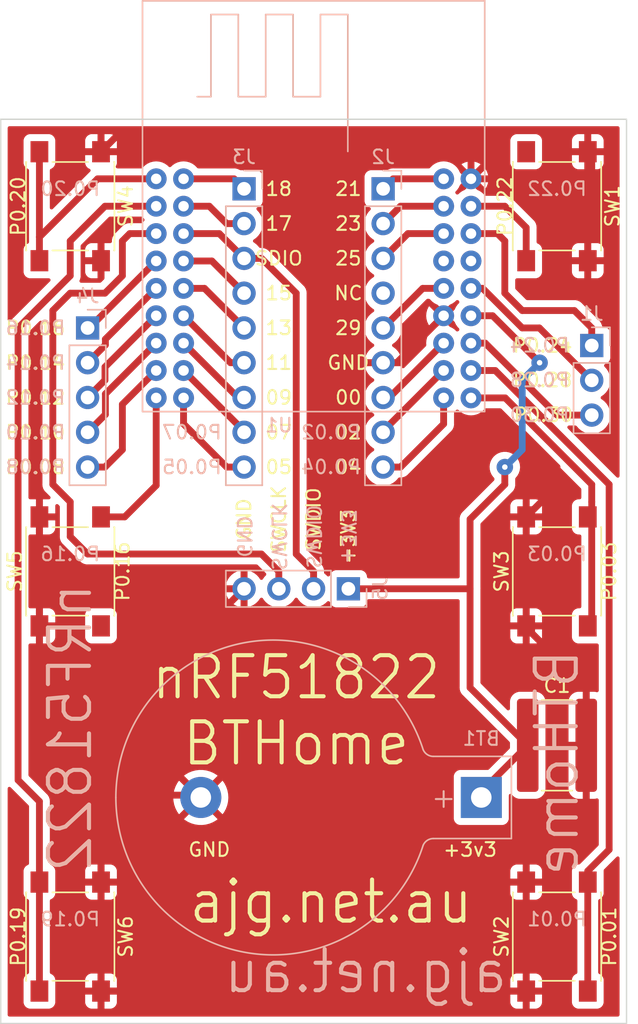
<source format=kicad_pcb>
(kicad_pcb (version 20211014) (generator pcbnew)
  (layers (0 "F.Cu" signal) (31 "B.Cu" signal) (34 "B.Paste" user) (35 "F.Paste" user) (36 "B.SilkS" user "B.Silkscreen") (37 "F.SilkS" user "F.Silkscreen") (38 "B.Mask" user) (39 "F.Mask" user) (44 "Edge.Cuts" user))
  (property "VER" "v1.0.0")
  (net 0 "")
  (net 4 "/SWDIO")
  (net 5 "/SWCLK")
  (net 6 "GND")
  (net 7 "/P0.22")
  (net 8 "/P0.20")
  (net 9 "/P0.19")
  (net 10 "/P0.16")
  (net 11 "+3.3V")
  (net 12 "Net-(J1-Pad1)")
  (net 13 "Net-(J1-Pad3)")
  (net 14 "Net-(U1-Pad9)")
  (net 15 "Net-(U1-Pad2)")
  (net 16 "Net-(U1-Pad4)")
  (net 17 "Net-(U1-Pad6)")
  (net 18 "Net-(U1-Pad10)")
  (net 19 "Net-(U1-Pad14)")
  (net 20 "Net-(U1-Pad16)")
  (net 21 "Net-(U1-Pad18)")
  (net 22 "Net-(U1-Pad20)")
  (net 23 "Net-(U1-Pad22)")
  (net 24 "Net-(U1-Pad26)")
  (net 25 "Net-(U1-Pad28)")
  (net 26 "Net-(U1-Pad30)")
  (net 27 "Net-(U1-Pad32)")
  (net 28 "Net-(U1-Pad34)")
  (net 29 "Net-(U1-Pad36)")
  (net 30 "Net-(U1-Pad25)")
  (net 31 "Net-(U1-Pad27)")
  (net 32 "Net-(U1-Pad29)")
  (net 33 "Net-(U1-Pad31)")
  (net 34 "Net-(U1-Pad33)")
  (net 35 "/P0.01")
  (net 36 "/P0.03")
  (footprint "Button_Switch_SMD:SW_SPST_PTS645" (layer "F.Cu") (at 63.5 125.73 -90)
    (fp_text reference "SW6" (at 0 -4.05 90) (layer "F.SilkS"))
    (fp_text value "SW_Push")
    (fp_line (start -3.23 -3.23) (end 3.23 -3.23) (layer "F.SilkS") (width 0.12))
    (fp_line (start -3.23 -1.3) (end -3.23 1.3) (layer "F.SilkS") (width 0.12))
    (fp_line (start 3.23 3.23) (end 3.23 3.2) (layer "F.SilkS") (width 0.12))
    (fp_line (start -3.23 3.23) (end -3.23 3.2) (layer "F.SilkS") (width 0.12))
    (fp_line (start 3.23 -3.23) (end 3.23 -3.2) (layer "F.SilkS") (width 0.12))
    (fp_line (start -3.23 3.23) (end 3.23 3.23) (layer "F.SilkS") (width 0.12))
    (fp_line (start 3.23 -1.3) (end 3.23 1.3) (layer "F.SilkS") (width 0.12))
    (fp_line (start -3.23 -3.2) (end -3.23 -3.23) (layer "F.SilkS") (width 0.12))
    (pad "1" smd rect (at -3.98 -2.25 270) (size 1.55 1.3) (layers "F.Cu" "F.Paste" "F.Mask") (net 6 "GND"))
    (pad "1" smd rect (at 3.98 -2.25 270) (size 1.55 1.3) (layers "F.Cu" "F.Paste" "F.Mask") (net 6 "GND"))
    (pad "2" smd rect (at -3.98 2.25 270) (size 1.55 1.3) (layers "F.Cu" "F.Paste" "F.Mask") (net 9 "/P0.19"))
    (pad "2" smd rect (at 3.98 2.25 270) (size 1.55 1.3) (layers "F.Cu" "F.Paste" "F.Mask") (net 9 "/P0.19"))
  )
  (footprint "Button_Switch_SMD:SW_SPST_PTS645" (layer "F.Cu") (at 99.06 125.73 90)
    (fp_text reference "SW2" (at 0 -4.05 90) (layer "F.SilkS"))
    (fp_text value "SW_Push")
    (fp_line (start -3.23 -3.23) (end 3.23 -3.23) (layer "F.SilkS") (width 0.12))
    (fp_line (start -3.23 -3.2) (end -3.23 -3.23) (layer "F.SilkS") (width 0.12))
    (fp_line (start -3.23 3.23) (end 3.23 3.23) (layer "F.SilkS") (width 0.12))
    (fp_line (start -3.23 -1.3) (end -3.23 1.3) (layer "F.SilkS") (width 0.12))
    (fp_line (start 3.23 -3.23) (end 3.23 -3.2) (layer "F.SilkS") (width 0.12))
    (fp_line (start -3.23 3.23) (end -3.23 3.2) (layer "F.SilkS") (width 0.12))
    (fp_line (start 3.23 3.23) (end 3.23 3.2) (layer "F.SilkS") (width 0.12))
    (fp_line (start 3.23 -1.3) (end 3.23 1.3) (layer "F.SilkS") (width 0.12))
    (pad "1" smd rect (at 3.98 -2.25 90) (size 1.55 1.3) (layers "F.Cu" "F.Paste" "F.Mask") (net 6 "GND"))
    (pad "1" smd rect (at -3.98 -2.25 90) (size 1.55 1.3) (layers "F.Cu" "F.Paste" "F.Mask") (net 6 "GND"))
    (pad "2" smd rect (at 3.98 2.25 90) (size 1.55 1.3) (layers "F.Cu" "F.Paste" "F.Mask") (net 35 "/P0.01"))
    (pad "2" smd rect (at -3.98 2.25 90) (size 1.55 1.3) (layers "F.Cu" "F.Paste" "F.Mask") (net 35 "/P0.01"))
  )
  (footprint "Button_Switch_SMD:SW_SPST_PTS645" (layer "F.Cu") (at 99.06 99.06 90)
    (fp_text reference "SW3" (at 0 -4.05 90) (layer "F.SilkS"))
    (fp_text value "SW_Push")
    (fp_line (start -3.23 3.23) (end 3.23 3.23) (layer "F.SilkS") (width 0.12))
    (fp_line (start 3.23 -3.23) (end 3.23 -3.2) (layer "F.SilkS") (width 0.12))
    (fp_line (start 3.23 -1.3) (end 3.23 1.3) (layer "F.SilkS") (width 0.12))
    (fp_line (start -3.23 -3.2) (end -3.23 -3.23) (layer "F.SilkS") (width 0.12))
    (fp_line (start 3.23 3.23) (end 3.23 3.2) (layer "F.SilkS") (width 0.12))
    (fp_line (start -3.23 3.23) (end -3.23 3.2) (layer "F.SilkS") (width 0.12))
    (fp_line (start -3.23 -1.3) (end -3.23 1.3) (layer "F.SilkS") (width 0.12))
    (fp_line (start -3.23 -3.23) (end 3.23 -3.23) (layer "F.SilkS") (width 0.12))
    (pad "1" smd rect (at 3.98 -2.25 90) (size 1.55 1.3) (layers "F.Cu" "F.Paste" "F.Mask") (net 6 "GND"))
    (pad "1" smd rect (at -3.98 -2.25 90) (size 1.55 1.3) (layers "F.Cu" "F.Paste" "F.Mask") (net 6 "GND"))
    (pad "2" smd rect (at 3.98 2.25 90) (size 1.55 1.3) (layers "F.Cu" "F.Paste" "F.Mask") (net 36 "/P0.03"))
    (pad "2" smd rect (at -3.98 2.25 90) (size 1.55 1.3) (layers "F.Cu" "F.Paste" "F.Mask") (net 36 "/P0.03"))
  )
  (footprint "Button_Switch_SMD:SW_SPST_PTS645" (layer "F.Cu") (at 99.06 72.39 -90)
    (fp_text reference "SW1" (at 0 -4.05 90) (layer "F.SilkS"))
    (fp_text value "SW_Push")
    (fp_line (start -3.23 -3.23) (end 3.23 -3.23) (layer "F.SilkS") (width 0.12))
    (fp_line (start -3.23 3.23) (end 3.23 3.23) (layer "F.SilkS") (width 0.12))
    (fp_line (start -3.23 -1.3) (end -3.23 1.3) (layer "F.SilkS") (width 0.12))
    (fp_line (start 3.23 3.23) (end 3.23 3.2) (layer "F.SilkS") (width 0.12))
    (fp_line (start -3.23 3.23) (end -3.23 3.2) (layer "F.SilkS") (width 0.12))
    (fp_line (start 3.23 -3.23) (end 3.23 -3.2) (layer "F.SilkS") (width 0.12))
    (fp_line (start -3.23 -3.2) (end -3.23 -3.23) (layer "F.SilkS") (width 0.12))
    (fp_line (start 3.23 -1.3) (end 3.23 1.3) (layer "F.SilkS") (width 0.12))
    (pad "1" smd rect (at 3.98 -2.25 270) (size 1.55 1.3) (layers "F.Cu" "F.Paste" "F.Mask") (net 6 "GND"))
    (pad "1" smd rect (at -3.98 -2.25 270) (size 1.55 1.3) (layers "F.Cu" "F.Paste" "F.Mask") (net 6 "GND"))
    (pad "2" smd rect (at 3.98 2.25 270) (size 1.55 1.3) (layers "F.Cu" "F.Paste" "F.Mask") (net 7 "/P0.22"))
    (pad "2" smd rect (at -3.98 2.25 270) (size 1.55 1.3) (layers "F.Cu" "F.Paste" "F.Mask") (net 7 "/P0.22"))
  )
  (footprint "Button_Switch_SMD:SW_SPST_PTS645" (layer "F.Cu") (at 63.5 99.06 90)
    (fp_text reference "SW5" (at 0 -4.05 90) (layer "F.SilkS"))
    (fp_text value "SW_Push")
    (fp_line (start -3.23 -1.3) (end -3.23 1.3) (layer "F.SilkS") (width 0.12))
    (fp_line (start -3.23 3.23) (end 3.23 3.23) (layer "F.SilkS") (width 0.12))
    (fp_line (start -3.23 -3.23) (end 3.23 -3.23) (layer "F.SilkS") (width 0.12))
    (fp_line (start -3.23 3.23) (end -3.23 3.2) (layer "F.SilkS") (width 0.12))
    (fp_line (start -3.23 -3.2) (end -3.23 -3.23) (layer "F.SilkS") (width 0.12))
    (fp_line (start 3.23 -3.23) (end 3.23 -3.2) (layer "F.SilkS") (width 0.12))
    (fp_line (start 3.23 -1.3) (end 3.23 1.3) (layer "F.SilkS") (width 0.12))
    (fp_line (start 3.23 3.23) (end 3.23 3.2) (layer "F.SilkS") (width 0.12))
    (pad "1" smd rect (at 3.98 -2.25 90) (size 1.55 1.3) (layers "F.Cu" "F.Paste" "F.Mask") (net 6 "GND"))
    (pad "1" smd rect (at -3.98 -2.25 90) (size 1.55 1.3) (layers "F.Cu" "F.Paste" "F.Mask") (net 6 "GND"))
    (pad "2" smd rect (at -3.98 2.25 90) (size 1.55 1.3) (layers "F.Cu" "F.Paste" "F.Mask") (net 10 "/P0.16"))
    (pad "2" smd rect (at 3.98 2.25 90) (size 1.55 1.3) (layers "F.Cu" "F.Paste" "F.Mask") (net 10 "/P0.16"))
  )
  (footprint "Button_Switch_SMD:SW_SPST_PTS645" (layer "F.Cu") (at 63.5 72.39 -90)
    (fp_text reference "SW4" (at 0 -4.05 90) (layer "F.SilkS"))
    (fp_text value "SW_Push")
    (fp_line (start -3.23 -1.3) (end -3.23 1.3) (layer "F.SilkS") (width 0.12))
    (fp_line (start -3.23 -3.2) (end -3.23 -3.23) (layer "F.SilkS") (width 0.12))
    (fp_line (start -3.23 3.23) (end -3.23 3.2) (layer "F.SilkS") (width 0.12))
    (fp_line (start 3.23 3.23) (end 3.23 3.2) (layer "F.SilkS") (width 0.12))
    (fp_line (start 3.23 -1.3) (end 3.23 1.3) (layer "F.SilkS") (width 0.12))
    (fp_line (start 3.23 -3.23) (end 3.23 -3.2) (layer "F.SilkS") (width 0.12))
    (fp_line (start -3.23 -3.23) (end 3.23 -3.23) (layer "F.SilkS") (width 0.12))
    (fp_line (start -3.23 3.23) (end 3.23 3.23) (layer "F.SilkS") (width 0.12))
    (pad "1" smd rect (at -3.98 -2.25 270) (size 1.55 1.3) (layers "F.Cu" "F.Paste" "F.Mask") (net 6 "GND"))
    (pad "1" smd rect (at 3.98 -2.25 270) (size 1.55 1.3) (layers "F.Cu" "F.Paste" "F.Mask") (net 6 "GND"))
    (pad "2" smd rect (at -3.98 2.25 270) (size 1.55 1.3) (layers "F.Cu" "F.Paste" "F.Mask") (net 8 "/P0.20"))
    (pad "2" smd rect (at 3.98 2.25 270) (size 1.55 1.3) (layers "F.Cu" "F.Paste" "F.Mask") (net 8 "/P0.20"))
  )
  (footprint "Capacitor_SMD:C_1825_4564Metric_Pad1.57x6.80mm_HandSolder" (layer "F.Cu") (at 99.06 111.76)
    (fp_text reference "C1" (at 0 -4.35) (layer "F.SilkS"))
    (fp_text value "C_Small")
    (fp_line (start -1.115748 -3.31) (end 1.115748 -3.31) (layer "F.SilkS") (width 0.12))
    (fp_line (start -1.115748 3.31) (end 1.115748 3.31) (layer "F.SilkS") (width 0.12))
    (pad "1" smd roundrect (at -2.1375 0) (size 1.575 6.8) (layers "F.Cu" "F.Paste" "F.Mask") (roundrect_rratio 0.15873) (net 11 "+3.3V"))
    (pad "2" smd roundrect (at 2.1375 0) (size 1.575 6.8) (layers "F.Cu" "F.Paste" "F.Mask") (roundrect_rratio 0.15873) (net 6 "GND"))
  )
  (footprint "ajg-library:holyiot-17051-nrf51822" (layer "B.Cu") (at 92.78 70.39 180)
    (fp_text reference "U1" (at 14.04 -18 unlocked) (layer "B.SilkS") (effects (justify mirror)))
    (fp_text value "holyiot-17051-nrf51822")
    (fp_line (start 17 12) (end 19 12) (layer "B.SilkS") (width 0.12))
    (fp_line (start 13 6) (end 13 12) (layer "B.SilkS") (width 0.12))
    (fp_line (start 17 6) (end 17 12) (layer "B.SilkS") (width 0.12))
    (fp_line (start 15 12) (end 15 6) (layer "B.SilkS") (width 0.12))
    (fp_line (start 9 2) (end 9 12) (layer "B.SilkS") (width 0.12))
    (fp_line (start 11 6) (end 13 6) (layer "B.SilkS") (width 0.12))
    (fp_line (start 9 12) (end 11 12) (layer "B.SilkS") (width 0.12))
    (fp_line (start 15 6) (end 17 6) (layer "B.SilkS") (width 0.12))
    (fp_line (start 13 12) (end 15 12) (layer "B.SilkS") (width 0.12))
    (fp_line (start 19 6) (end 20 6) (layer "B.SilkS") (width 0.12))
    (fp_line (start 11 12) (end 11 6) (layer "B.SilkS") (width 0.12))
    (fp_line (start 19 12) (end 19 6) (layer "B.SilkS") (width 0.12))
    (fp_rect (start -1 13) (end 24 -17) (layer "B.SilkS") (width 0.12) (fill none))
    (pad "1" thru_hole circle (at 0 0 180) (size 1.524 1.524) (drill 0.762) (layers *.Cu *.Mask) (net 6 "GND"))
    (pad "2" thru_hole circle (at 2 0 180) (size 1.524 1.524) (drill 0.762) (layers *.Cu *.Mask) (net 15 "Net-(U1-Pad2)"))
    (pad "3" thru_hole circle (at 0 -2 180) (size 1.524 1.524) (drill 0.762) (layers *.Cu *.Mask) (net 7 "/P0.22"))
    (pad "4" thru_hole circle (at 2 -2 180) (size 1.524 1.524) (drill 0.762) (layers *.Cu *.Mask) (net 16 "Net-(U1-Pad4)"))
    (pad "5" thru_hole circle (at 0 -4 180) (size 1.524 1.524) (drill 0.762) (layers *.Cu *.Mask) (net 12 "Net-(J1-Pad1)"))
    (pad "6" thru_hole circle (at 2 -4 180) (size 1.524 1.524) (drill 0.762) (layers *.Cu *.Mask) (net 17 "Net-(U1-Pad6)"))
    (pad "7" thru_hole circle (at 0 -6 180) (size 1.524 1.524) (drill 0.762) (layers *.Cu *.Mask))
    (pad "8" thru_hole circle (at 2 -6 180) (size 1.524 1.524) (drill 0.762) (layers *.Cu *.Mask))
    (pad "9" thru_hole circle (at 0 -8 180) (size 1.524 1.524) (drill 0.762) (layers *.Cu *.Mask) (net 14 "Net-(U1-Pad9)"))
    (pad "10" thru_hole circle (at 2 -8 180) (size 1.524 1.524) (drill 0.762) (layers *.Cu *.Mask) (net 18 "Net-(U1-Pad10)"))
    (pad "11" thru_hole circle (at 0 -10 180) (size 1.524 1.524) (drill 0.762) (layers *.Cu *.Mask) (net 11 "+3.3V"))
    (pad "12" thru_hole circle (at 2 -10 180) (size 1.524 1.524) (drill 0.762) (layers *.Cu *.Mask) (net 6 "GND"))
    (pad "13" thru_hole circle (at 0 -12 180) (size 1.524 1.524) (drill 0.762) (layers *.Cu *.Mask) (net 13 "Net-(J1-Pad3)"))
    (pad "14" thru_hole circle (at 2 -12 180) (size 1.524 1.524) (drill 0.762) (layers *.Cu *.Mask) (net 19 "Net-(U1-Pad14)"))
    (pad "15" thru_hole circle (at 0 -14 180) (size 1.524 1.524) (drill 0.762) (layers *.Cu *.Mask) (net 35 "/P0.01"))
    (pad "16" thru_hole circle (at 2 -14 180) (size 1.524 1.524) (drill 0.762) (layers *.Cu *.Mask) (net 20 "Net-(U1-Pad16)"))
    (pad "17" thru_hole circle (at 0 -16 180) (size 1.524 1.524) (drill 0.762) (layers *.Cu *.Mask) (net 36 "/P0.03"))
    (pad "18" thru_hole circle (at 2 -16 180) (size 1.524 1.524) (drill 0.762) (layers *.Cu *.Mask) (net 21 "Net-(U1-Pad18)"))
    (pad "19" thru_hole circle (at 23 0 180) (size 1.524 1.524) (drill 0.762) (layers *.Cu *.Mask) (net 8 "/P0.20"))
    (pad "20" thru_hole circle (at 21 0 180) (size 1.524 1.524) (drill 0.762) (layers *.Cu *.Mask) (net 22 "Net-(U1-Pad20)"))
    (pad "21" thru_hole circle (at 23 -2 180) (size 1.524 1.524) (drill 0.762) (layers *.Cu *.Mask) (net 9 "/P0.19"))
    (pad "22" thru_hole circle (at 21 -2 180) (size 1.524 1.524) (drill 0.762) (layers *.Cu *.Mask) (net 23 "Net-(U1-Pad22)"))
    (pad "23" thru_hole circle (at 23 -4 180) (size 1.524 1.524) (drill 0.762) (layers *.Cu *.Mask) (net 5 "/SWCLK"))
    (pad "24" thru_hole circle (at 21 -4 180) (size 1.524 1.524) (drill 0.762) (layers *.Cu *.Mask) (net 4 "/SWDIO"))
    (pad "25" thru_hole circle (at 23 -6 180) (size 1.524 1.524) (drill 0.762) (layers *.Cu *.Mask) (net 30 "Net-(U1-Pad25)"))
    (pad "26" thru_hole circle (at 21 -6 180) (size 1.524 1.524) (drill 0.762) (layers *.Cu *.Mask) (net 24 "Net-(U1-Pad26)"))
    (pad "27" thru_hole circle (at 23 -8 180) (size 1.524 1.524) (drill 0.762) (layers *.Cu *.Mask) (net 31 "Net-(U1-Pad27)"))
    (pad "28" thru_hole circle (at 21 -8 180) (size 1.524 1.524) (drill 0.762) (layers *.Cu *.Mask) (net 25 "Net-(U1-Pad28)"))
    (pad "29" thru_hole circle (at 23 -10 180) (size 1.524 1.524) (drill 0.762) (layers *.Cu *.Mask) (net 32 "Net-(U1-Pad29)"))
    (pad "30" thru_hole circle (at 21 -10 180) (size 1.524 1.524) (drill 0.762) (layers *.Cu *.Mask) (net 26 "Net-(U1-Pad30)"))
    (pad "31" thru_hole circle (at 23 -12 180) (size 1.524 1.524) (drill 0.762) (layers *.Cu *.Mask) (net 33 "Net-(U1-Pad31)"))
    (pad "32" thru_hole circle (at 21 -12 180) (size 1.524 1.524) (drill 0.762) (layers *.Cu *.Mask) (net 27 "Net-(U1-Pad32)"))
    (pad "33" thru_hole circle (at 23 -14 180) (size 1.524 1.524) (drill 0.762) (layers *.Cu *.Mask) (net 34 "Net-(U1-Pad33)"))
    (pad "34" thru_hole circle (at 21 -14 180) (size 1.524 1.524) (drill 0.762) (layers *.Cu *.Mask) (net 28 "Net-(U1-Pad34)"))
    (pad "35" thru_hole circle (at 23 -16 180) (size 1.524 1.524) (drill 0.762) (layers *.Cu *.Mask) (net 10 "/P0.16"))
    (pad "36" thru_hole circle (at 21 -16 180) (size 1.524 1.524) (drill 0.762) (layers *.Cu *.Mask) (net 29 "Net-(U1-Pad36)"))
  )
  (footprint "Connector_PinHeader_2.54mm:PinHeader_1x09_P2.54mm_Vertical" (layer "B.Cu") (at 76.2 71.12 180)
    (fp_text reference "J3" (at 0 2.33) (layer "B.SilkS") (effects (justify mirror)))
    (fp_text value "Conn_01x09")
    (fp_line (start -1.33 -1.27) (end -1.33 -21.65) (layer "B.SilkS") (width 0.12))
    (fp_line (start 1.33 -1.27) (end 1.33 -21.65) (layer "B.SilkS") (width 0.12))
    (fp_line (start -1.33 -21.65) (end 1.33 -21.65) (layer "B.SilkS") (width 0.12))
    (fp_line (start -1.33 -1.27) (end 1.33 -1.27) (layer "B.SilkS") (width 0.12))
    (fp_line (start -1.33 0) (end -1.33 1.33) (layer "B.SilkS") (width 0.12))
    (fp_line (start -1.33 1.33) (end 0 1.33) (layer "B.SilkS") (width 0.12))
    (pad "1" thru_hole rect (at 0 0 180) (size 1.7 1.7) (drill 1) (layers *.Cu *.Mask) (net 22 "Net-(U1-Pad20)"))
    (pad "2" thru_hole oval (at 0 -2.54 180) (size 1.7 1.7) (drill 1) (layers *.Cu *.Mask) (net 23 "Net-(U1-Pad22)"))
    (pad "3" thru_hole oval (at 0 -5.08 180) (size 1.7 1.7) (drill 1) (layers *.Cu *.Mask) (net 4 "/SWDIO"))
    (pad "4" thru_hole oval (at 0 -7.62 180) (size 1.7 1.7) (drill 1) (layers *.Cu *.Mask) (net 24 "Net-(U1-Pad26)"))
    (pad "5" thru_hole oval (at 0 -10.16 180) (size 1.7 1.7) (drill 1) (layers *.Cu *.Mask) (net 25 "Net-(U1-Pad28)"))
    (pad "6" thru_hole oval (at 0 -12.7 180) (size 1.7 1.7) (drill 1) (layers *.Cu *.Mask) (net 26 "Net-(U1-Pad30)"))
    (pad "7" thru_hole oval (at 0 -15.24 180) (size 1.7 1.7) (drill 1) (layers *.Cu *.Mask) (net 27 "Net-(U1-Pad32)"))
    (pad "8" thru_hole oval (at 0 -17.78 180) (size 1.7 1.7) (drill 1) (layers *.Cu *.Mask) (net 28 "Net-(U1-Pad34)"))
    (pad "9" thru_hole oval (at 0 -20.32 180) (size 1.7 1.7) (drill 1) (layers *.Cu *.Mask) (net 29 "Net-(U1-Pad36)"))
  )
  (footprint "ajg-library:BatteryHolder_generic_2032" (layer "B.Cu") (at 93.53 115.570001 180)
    (fp_text reference "BT1" (at 0 4.3) (layer "B.SilkS") (effects (justify mirror)))
    (fp_text value "Battery_Cell")
    (fp_text user "+" (at 2.75 0) (layer "B.SilkS") (effects (font (size 1.5 1.5)) (justify mirror)))
    (fp_line (start -2.2 3) (end 3.5 3) (layer "B.SilkS") (width 0.12))
    (fp_line (start -2.2 -3) (end 3.5 -3) (layer "B.SilkS") (width 0.12))
    (fp_line (start -2.2 -3) (end -2.2 3) (layer "B.SilkS") (width 0.12))
    (fp_arc (start 3.5 3) (mid 3.950694 3.136459) (end 4.25 3.5) (layer "B.SilkS") (width 0.12))
    (fp_arc (start 4.25 -3.5) (mid 3.950694 -3.136459) (end 3.5 -3) (layer "B.SilkS") (width 0.12))
    (fp_arc (start 26.695671 0) (mid 16.971103 11.358466) (end 4.25 3.5) (layer "B.SilkS") (width 0.12))
    (fp_arc (start 4.25 -3.5) (mid 16.971103 -11.358466) (end 26.695671 0) (layer "B.SilkS") (width 0.12))
    (pad "1" thru_hole rect (at 0 0 180) (size 3 3) (drill 1.5) (layers *.Cu *.Mask) (net 11 "+3.3V"))
    (pad "2" thru_hole circle (at 20.49 0 180) (size 3 3) (drill 1.5) (layers *.Cu *.Mask) (net 6 "GND"))
  )
  (footprint "Connector_PinHeader_2.54mm:PinHeader_1x09_P2.54mm_Vertical" (layer "B.Cu") (at 86.36 71.12 180)
    (fp_text reference "J2" (at 0 2.33) (layer "B.SilkS") (effects (justify mirror)))
    (fp_text value "Conn_01x09")
    (fp_line (start -1.33 -1.27) (end 1.33 -1.27) (layer "B.SilkS") (width 0.12))
    (fp_line (start -1.33 -1.27) (end -1.33 -21.65) (layer "B.SilkS") (width 0.12))
    (fp_line (start -1.33 0) (end -1.33 1.33) (layer "B.SilkS") (width 0.12))
    (fp_line (start -1.33 1.33) (end 0 1.33) (layer "B.SilkS") (width 0.12))
    (fp_line (start 1.33 -1.27) (end 1.33 -21.65) (layer "B.SilkS") (width 0.12))
    (fp_line (start -1.33 -21.65) (end 1.33 -21.65) (layer "B.SilkS") (width 0.12))
    (pad "1" thru_hole rect (at 0 0 180) (size 1.7 1.7) (drill 1) (layers *.Cu *.Mask) (net 15 "Net-(U1-Pad2)"))
    (pad "2" thru_hole oval (at 0 -2.54 180) (size 1.7 1.7) (drill 1) (layers *.Cu *.Mask) (net 16 "Net-(U1-Pad4)"))
    (pad "3" thru_hole oval (at 0 -5.08 180) (size 1.7 1.7) (drill 1) (layers *.Cu *.Mask) (net 17 "Net-(U1-Pad6)"))
    (pad "4" thru_hole oval (at 0 -7.62 180) (size 1.7 1.7) (drill 1) (layers *.Cu *.Mask))
    (pad "5" thru_hole oval (at 0 -10.16 180) (size 1.7 1.7) (drill 1) (layers *.Cu *.Mask) (net 18 "Net-(U1-Pad10)"))
    (pad "6" thru_hole oval (at 0 -12.7 180) (size 1.7 1.7) (drill 1) (layers *.Cu *.Mask) (net 6 "GND"))
    (pad "7" thru_hole oval (at 0 -15.24 180) (size 1.7 1.7) (drill 1) (layers *.Cu *.Mask) (net 19 "Net-(U1-Pad14)"))
    (pad "8" thru_hole oval (at 0 -17.78 180) (size 1.7 1.7) (drill 1) (layers *.Cu *.Mask) (net 20 "Net-(U1-Pad16)"))
    (pad "9" thru_hole oval (at 0 -20.32 180) (size 1.7 1.7) (drill 1) (layers *.Cu *.Mask) (net 21 "Net-(U1-Pad18)"))
  )
  (footprint "Connector_PinHeader_2.54mm:PinHeader_1x04_P2.54mm_Vertical" (layer "B.Cu") (at 83.82 100.33 90)
    (fp_text reference "J5" (at 0 2.33 90) (layer "B.SilkS") (effects (justify mirror)))
    (fp_text value "Conn_01x04")
    (fp_line (start -1.33 0) (end -1.33 1.33) (layer "B.SilkS") (width 0.12))
    (fp_line (start -1.33 -8.95) (end 1.33 -8.95) (layer "B.SilkS") (width 0.12))
    (fp_line (start -1.33 -1.27) (end -1.33 -8.95) (layer "B.SilkS") (width 0.12))
    (fp_line (start -1.33 1.33) (end 0 1.33) (layer "B.SilkS") (width 0.12))
    (fp_line (start -1.33 -1.27) (end 1.33 -1.27) (layer "B.SilkS") (width 0.12))
    (fp_line (start 1.33 -1.27) (end 1.33 -8.95) (layer "B.SilkS") (width 0.12))
    (pad "1" thru_hole rect (at 0 0 90) (size 1.7 1.7) (drill 1) (layers *.Cu *.Mask) (net 11 "+3.3V"))
    (pad "2" thru_hole oval (at 0 -2.54 90) (size 1.7 1.7) (drill 1) (layers *.Cu *.Mask) (net 4 "/SWDIO"))
    (pad "3" thru_hole oval (at 0 -5.08 90) (size 1.7 1.7) (drill 1) (layers *.Cu *.Mask) (net 5 "/SWCLK"))
    (pad "4" thru_hole oval (at 0 -7.62 90) (size 1.7 1.7) (drill 1) (layers *.Cu *.Mask) (net 6 "GND"))
  )
  (footprint "Connector_PinHeader_2.54mm:PinHeader_1x03_P2.54mm_Vertical" (layer "B.Cu") (at 101.6 82.565 180)
    (fp_text reference "J1" (at 0 2.33) (layer "B.SilkS") (effects (justify mirror)))
    (fp_text value "Conn_01x03")
    (fp_line (start -1.33 -6.41) (end 1.33 -6.41) (layer "B.SilkS") (width 0.12))
    (fp_line (start -1.33 -1.27) (end -1.33 -6.41) (layer "B.SilkS") (width 0.12))
    (fp_line (start -1.33 -1.27) (end 1.33 -1.27) (layer "B.SilkS") (width 0.12))
    (fp_line (start -1.33 0) (end -1.33 1.33) (layer "B.SilkS") (width 0.12))
    (fp_line (start 1.33 -1.27) (end 1.33 -6.41) (layer "B.SilkS") (width 0.12))
    (fp_line (start -1.33 1.33) (end 0 1.33) (layer "B.SilkS") (width 0.12))
    (pad "1" thru_hole rect (at 0 0 180) (size 1.7 1.7) (drill 1) (layers *.Cu *.Mask) (net 12 "Net-(J1-Pad1)"))
    (pad "2" thru_hole oval (at 0 -2.54 180) (size 1.7 1.7) (drill 1) (layers *.Cu *.Mask) (net 14 "Net-(U1-Pad9)"))
    (pad "3" thru_hole oval (at 0 -5.08 180) (size 1.7 1.7) (drill 1) (layers *.Cu *.Mask) (net 13 "Net-(J1-Pad3)"))
  )
  (footprint "Connector_PinHeader_2.54mm:PinHeader_1x05_P2.54mm_Vertical" (layer "B.Cu") (at 64.77 81.28 180)
    (fp_text reference "J4" (at 0 2.33) (layer "B.SilkS") (effects (justify mirror)))
    (fp_text value "Conn_01x05")
    (fp_line (start -1.33 1.33) (end 0 1.33) (layer "B.SilkS") (width 0.12))
    (fp_line (start 1.33 -1.27) (end 1.33 -11.49) (layer "B.SilkS") (width 0.12))
    (fp_line (start -1.33 -1.27) (end 1.33 -1.27) (layer "B.SilkS") (width 0.12))
    (fp_line (start -1.33 0) (end -1.33 1.33) (layer "B.SilkS") (width 0.12))
    (fp_line (start -1.33 -11.49) (end 1.33 -11.49) (layer "B.SilkS") (width 0.12))
    (fp_line (start -1.33 -1.27) (end -1.33 -11.49) (layer "B.SilkS") (width 0.12))
    (pad "1" thru_hole rect (at 0 0 180) (size 1.7 1.7) (drill 1) (layers *.Cu *.Mask) (net 30 "Net-(U1-Pad25)"))
    (pad "2" thru_hole oval (at 0 -2.54 180) (size 1.7 1.7) (drill 1) (layers *.Cu *.Mask) (net 31 "Net-(U1-Pad27)"))
    (pad "3" thru_hole oval (at 0 -5.08 180) (size 1.7 1.7) (drill 1) (layers *.Cu *.Mask) (net 32 "Net-(U1-Pad29)"))
    (pad "4" thru_hole oval (at 0 -7.62 180) (size 1.7 1.7) (drill 1) (layers *.Cu *.Mask) (net 33 "Net-(U1-Pad31)"))
    (pad "5" thru_hole oval (at 0 -10.16 180) (size 1.7 1.7) (drill 1) (layers *.Cu *.Mask) (net 34 "Net-(U1-Pad33)"))
  )
  (gr_rect (start 58.42 132.08) (end 104.14 66.04) (layer "Edge.Cuts") (width 0.1) (fill none))
  (gr_text "${VER}" (at 88.9 127) (layer "F.Cu") (effects (font (size 1.5 1.5) (thickness 0.3))))
  (gr_text "P0.04" (at 82.55 91.44) (layer "B.SilkS") (effects (font (size 1 1)) (justify mirror)))
  (gr_text "P0.08" (at 60.96 91.44) (layer "B.SilkS") (effects (font (size 1 1)) (justify mirror)))
  (gr_text "SWCLK" (at 78.74 96.52 -90) (layer "B.SilkS") (effects (font (size 1 1)) (justify mirror)))
  (gr_text "P0.07" (at 72.39 88.9) (layer "B.SilkS") (effects (font (size 1 1)) (justify mirror)))
  (gr_text "P0.12" (at 60.96 86.36) (layer "B.SilkS") (effects (font (size 1 1)) (justify mirror)))
  (gr_text "P0.01" (at 99.06 124.46) (layer "B.SilkS") (effects (font (size 1 1)) (justify mirror)))
  (gr_text "P0.14" (at 60.96 83.82) (layer "B.SilkS") (effects (font (size 1 1)) (justify mirror)))
  (gr_text "GND" (at 76.2 96.52 -90) (layer "B.SilkS") (effects (font (size 1 1)) (justify mirror)))
  (gr_text "P0.02" (at 82.55 88.9) (layer "B.SilkS") (effects (font (size 1 1)) (justify mirror)))
  (gr_text "SWDIO" (at 81.28 96.52 -90) (layer "B.SilkS") (effects (font (size 1 1)) (justify mirror)))
  (gr_text "P0.28" (at 97.79 85.09) (layer "B.SilkS") (effects (font (size 1 1)) (justify mirror)))
  (gr_text "ajg.net.au" (at 85.09 128.27) (layer "B.SilkS") (effects (font (size 3 2.8) (thickness 0.3)) (justify mirror)))
  (gr_text "P0.16" (at 60.96 81.28) (layer "B.SilkS") (effects (font (size 1 1)) (justify mirror)))
  (gr_text "nRF51822" (at 63.5 110.49 90) (layer "B.SilkS") (effects (font (size 3 2.8) (thickness 0.3)) (justify mirror)))
  (gr_text "P0.24" (at 97.79 82.55) (layer "B.SilkS") (effects (font (size 1 1)) (justify mirror)))
  (gr_text "P0.05" (at 72.39 91.44) (layer "B.SilkS") (effects (font (size 1 1)) (justify mirror)))
  (gr_text "BTHome" (at 99.06 113.03 90) (layer "B.SilkS") (effects (font (size 3 2.8) (thickness 0.3)) (justify mirror)))
  (gr_text "P0.20" (at 63.5 71.12) (layer "B.SilkS") (effects (font (size 1 1)) (justify mirror)))
  (gr_text "P0.30" (at 97.79 87.63) (layer "B.SilkS") (effects (font (size 1 1)) (justify mirror)))
  (gr_text "P0.10" (at 60.96 88.9) (layer "B.SilkS") (effects (font (size 1 1)) (justify mirror)))
  (gr_text "+3V3" (at 83.82 96.52 -90) (layer "B.SilkS") (effects (font (size 1 1)) (justify mirror)))
  (gr_text "P0.19" (at 63.5 124.46) (layer "B.SilkS") (effects (font (size 1 1)) (justify mirror)))
  (gr_text "P0.03" (at 99.06 97.79) (layer "B.SilkS") (effects (font (size 1 1)) (justify mirror)))
  (gr_text "P0.16" (at 63.5 97.79) (layer "B.SilkS") (effects (font (size 1 1)) (justify mirror)))
  (gr_text "P0.22" (at 99.06 71.12) (layer "B.SilkS") (effects (font (size 1 1)) (justify mirror)))
  (gr_text "nRF51822\nBTHome" (at 80.01 109.22) (layer "F.SilkS") (effects (font (size 3 2.8) (thickness 0.3))))
  (gr_text "P0.20" (at 59.69 72.39 90) (layer "F.SilkS") (effects (font (size 1 1))))
  (gr_text "17" (at 78.74 73.66) (layer "F.SilkS") (effects (font (size 1 1))))
  (gr_text "GND" (at 83.82 83.82) (layer "F.SilkS") (effects (font (size 1 1))))
  (gr_text "P0.22" (at 95.25 72.39 90) (layer "F.SilkS") (effects (font (size 1 1))))
  (gr_text "21" (at 83.82 71.12) (layer "F.SilkS") (effects (font (size 1 1))))
  (gr_text "P0.19" (at 59.69 125.73 90) (layer "F.SilkS") (effects (font (size 1 1))))
  (gr_text "+3v3" (at 92.71 119.38) (layer "F.SilkS") (effects (font (size 1 1))))
  (gr_text "NC" (at 83.82 78.74) (layer "F.SilkS") (effects (font (size 1 1))))
  (gr_text "P0.28" (at 100.27 85.09) (layer "F.SilkS") (effects (font (size 1 1)) (justify right)))
  (gr_text "GND" (at 76.2 95.25 90) (layer "F.SilkS") (effects (font (size 1 1))))
  (gr_text "SWDIO" (at 81.28 95.25 90) (layer "F.SilkS") (effects (font (size 1 1))))
  (gr_text "07" (at 78.74 88.9) (layer "F.SilkS") (effects (font (size 1 1))))
  (gr_text "P0.08" (at 60.96 91.44) (layer "F.SilkS") (effects (font (size 1 1))))
  (gr_text "15" (at 78.74 78.74) (layer "F.SilkS") (effects (font (size 1 1))))
  (gr_text "SDIO" (at 78.74 76.2) (layer "F.SilkS") (effects (font (size 1 1))))
  (gr_text "P0.12" (at 60.96 86.36) (layer "F.SilkS") (effects (font (size 1 1))))
  (gr_text "02" (at 83.82 88.9) (layer "F.SilkS") (effects (font (size 1 1))))
  (gr_text "P0.24" (at 100.27 82.565) (layer "F.SilkS") (effects (font (size 1 1)) (justify right)))
  (gr_text "25" (at 83.82 76.2) (layer "F.SilkS") (effects (font (size 1 1))))
  (gr_text "P0.16" (at 67.31 99.06 90) (layer "F.SilkS") (effects (font (size 1 1))))
  (gr_text "04" (at 83.82 91.44) (layer "F.SilkS") (effects (font (size 1 1))))
  (gr_text "ajg.net.au" (at 82.55 123.19) (layer "F.SilkS") (effects (font (size 3 2.8) (thickness 0.3))))
  (gr_text "18" (at 78.74 71.12) (layer "F.SilkS") (effects (font (size 1 1))))
  (gr_text "00" (at 83.82 86.36) (layer "F.SilkS") (effects (font (size 1 1))))
  (gr_text "23" (at 83.82 73.66) (layer "F.SilkS") (effects (font (size 1 1))))
  (gr_text "13" (at 78.74 81.28) (layer "F.SilkS") (effects (font (size 1 1))))
  (gr_text "05" (at 78.74 91.44) (layer "F.SilkS") (effects (font (size 1 1))))
  (gr_text "P0.16" (at 60.96 81.28) (layer "F.SilkS") (effects (font (size 1 1))))
  (gr_text "P0.14" (at 60.96 83.82) (layer "F.SilkS") (effects (font (size 1 1))))
  (gr_text "P0.01" (at 102.87 125.73 90) (layer "F.SilkS") (effects (font (size 1 1))))
  (gr_text "SWCLK" (at 78.74 95.25 90) (layer "F.SilkS") (effects (font (size 1 1))))
  (gr_text "P0.03" (at 102.87 99.06 90) (layer "F.SilkS") (effects (font (size 1 1))))
  (gr_text "11" (at 78.74 83.82) (layer "F.SilkS") (effects (font (size 1 1))))
  (gr_text "+3V3" (at 83.82 96.52 90) (layer "F.SilkS") (effects (font (size 1 1))))
  (gr_text "P0.10" (at 60.96 88.9) (layer "F.SilkS") (effects (font (size 1 1))))
  (gr_text "29" (at 83.82 81.28) (layer "F.SilkS") (effects (font (size 1 1))))
  (gr_text "09" (at 78.74 86.36) (layer "F.SilkS") (effects (font (size 1 1))))
  (gr_text "P0.30" (at 100.33 87.63) (layer "F.SilkS") (effects (font (size 1 1)) (justify right)))
  (gr_text "GND" (at 73.66 119.38) (layer "F.SilkS") (effects (font (size 1 1))))
  (segment (start 80.01 78.74) (end 80.01 97.79) (width 0.5) (layer "F.Cu") (net 4))
  (segment (start 77.47 76.2) (end 80.01 78.74) (width 0.5) (layer "F.Cu") (net 4))
  (segment (start 74.39 74.39) (end 76.2 76.2) (width 0.5) (layer "F.Cu") (net 4))
  (segment (start 71.78 74.39) (end 74.39 74.39) (width 0.5) (layer "F.Cu") (net 4))
  (segment (start 80.01 97.79) (end 81.28 99.06) (width 0.5) (layer "F.Cu") (net 4))
  (segment (start 76.2 76.2) (end 77.47 76.2) (width 0.5) (layer "F.Cu") (net 4))
  (segment (start 81.28 99.06) (end 81.28 100.33) (width 0.5) (layer "F.Cu") (net 4))
  (segment (start 67.31 77.47) (end 66.04 78.74) (width 0.5) (layer "F.Cu") (net 5))
  (segment (start 78.74 99.06) (end 78.74 100.33) (width 0.5) (layer "F.Cu") (net 5))
  (segment (start 69.78 74.39) (end 67.85 74.39) (width 0.5) (layer "F.Cu") (net 5))
  (segment (start 67.85 74.39) (end 67.31 74.93) (width 0.5) (layer "F.Cu") (net 5))
  (segment (start 67.31 74.93) (end 67.31 77.47) (width 0.5) (layer "F.Cu") (net 5))
  (segment (start 63.5 96.52) (end 64.77 97.79) (width 0.5) (layer "F.Cu") (net 5))
  (segment (start 66.04 78.74) (end 63.5 78.74) (width 0.5) (layer "F.Cu") (net 5))
  (segment (start 62.23 92.71) (end 63.5 93.98) (width 0.5) (layer "F.Cu") (net 5))
  (segment (start 64.77 97.79) (end 77.47 97.79) (width 0.5) (layer "F.Cu") (net 5))
  (segment (start 62.23 80.01) (end 62.23 92.71) (width 0.5) (layer "F.Cu") (net 5))
  (segment (start 63.5 78.74) (end 62.23 80.01) (width 0.5) (layer "F.Cu") (net 5))
  (segment (start 77.47 97.79) (end 78.74 99.06) (width 0.5) (layer "F.Cu") (net 5))
  (segment (start 63.5 93.98) (end 63.5 96.52) (width 0.5) (layer "F.Cu") (net 5))
  (segment (start 96.81 121.75) (end 96.81 120.36) (width 0.5) (layer "F.Cu") (net 6))
  (segment (start 65.75 115.4) (end 65.75 129.71) (width 0.5) (layer "F.Cu") (net 6))
  (segment (start 61.25 95.08) (end 61.25 103.04) (width 0.5) (layer "F.Cu") (net 6))
  (segment (start 96.81 103.16) (end 101.1975 107.5475) (width 0.5) (layer "F.Cu") (net 6))
  (segment (start 82.55 67.31) (end 66.85 67.31) (width 0.5) (layer "F.Cu") (net 6))
  (segment (start 96.81 120.36) (end 101.1975 115.9725) (width 0.5) (layer "F.Cu") (net 6))
  (segment (start 72.869999 115.4) (end 73.04 115.570001) (width 0.5) (layer "F.Cu") (net 6))
  (segment (start 99.06 91.44) (end 99.06 92.83) (width 0.5) (layer "F.Cu") (net 6))
  (segment (start 82.55 82.55) (end 82.55 67.31) (width 0.5) (layer "F.Cu") (net 6))
  (segment (start 61.25 110.9) (end 65.75 115.4) (width 0.5) (layer "F.Cu") (net 6))
  (segment (start 101.06 70.39) (end 101.6 69.85) (width 0.5) (layer "F.Cu") (net 6))
  (segment (start 65.87 68.41) (end 66.04 68.58) (width 0.5) (layer "F.Cu") (net 6))
  (segment (start 101.6 68.7) (end 101.31 68.41) (width 0.5) (layer "F.Cu") (net 6))
  (segment (start 96.81 103.04) (end 96.81 103.16) (width 0.5) (layer "F.Cu") (net 6))
  (segment (start 91.44 67.31) (end 82.55 67.31) (width 0.5) (layer "F.Cu") (net 6))
  (segment (start 90.78 80.39) (end 87.35 83.82) (width 0.5) (layer "F.Cu") (net 6))
  (segment (start 101.1975 115.9725) (end 101.1975 111.76) (width 0.5) (layer "F.Cu") (net 6))
  (segment (start 101.06 70.39) (end 101.31 70.64) (width 0.5) (layer "F.Cu") (net 6))
  (segment (start 87.63 95.25) (end 93.98 88.9) (width 0.5) (layer "F.Cu") (net 6))
  (segment (start 65.75 129.71) (end 96.81 129.71) (width 0.5) (layer "F.Cu") (net 6))
  (segment (start 101.1975 107.5475) (end 101.1975 111.76) (width 0.5) (layer "F.Cu") (net 6))
  (segment (start 101.31 70.64) (end 101.31 76.37) (width 0.5) (layer "F.Cu") (net 6))
  (segment (start 61.25 105.7) (end 70.83 105.7) (width 0.5) (layer "F.Cu") (net 6))
  (segment (start 92.78 70.39) (end 101.06 70.39) (width 0.5) (layer "F.Cu") (net 6))
  (segment (start 83.82 83.82) (end 83.82 93.98) (width 0.5) (layer "F.Cu") (net 6))
  (segment (start 65.75 115.4) (end 72.869999 115.4) (width 0.5) (layer "F.Cu") (net 6))
  (segment (start 86.36 83.82) (end 83.82 83.82) (width 0.5) (layer "F.Cu") (net 6))
  (segment (start 70.83 105.7) (end 76.2 100.33) (width 0.5) (layer "F.Cu") (net 6))
  (segment (start 93.98 88.9) (end 96.52 88.9) (width 0.5) (layer "F.Cu") (net 6))
  (segment (start 92.78 70.39) (end 92.78 68.65) (width 0.5) (layer "F.Cu") (net 6))
  (segment (start 96.81 129.71) (end 96.81 121.75) (width 0.5) (layer "F.Cu") (net 6))
  (segment (start 87.35 83.82) (end 86.36 83.82) (width 0.5) (layer "F.Cu") (net 6))
  (segment (start 61.25 103.04) (end 61.25 105.7) (width 0.5) (layer "F.Cu") (net 6))
  (segment (start 85.09 95.25) (end 87.63 95.25) (width 0.5) (layer "F.Cu") (net 6))
  (segment (start 96.81 95.08) (end 96.81 103.04) (width 0.5) (layer "F.Cu") (net 6))
  (segment (start 83.82 93.98) (end 85.09 95.25) (width 0.5) (layer "F.Cu") (net 6))
  (segment (start 66.85 67.31) (end 65.75 68.41) (width 0.5) (layer "F.Cu") (net 6))
  (segment (start 83.82 83.82) (end 82.55 82.55) (width 0.5) (layer "F.Cu") (net 6))
  (segment (start 101.6 69.85) (end 101.6 68.7) (width 0.5) (layer "F.Cu") (net 6))
  (segment (start 65.75 68.41) (end 65.87 68.41) (width 0.5) (layer "F.Cu") (net 6))
  (segment (start 61.25 105.7) (end 61.25 110.9) (width 0.5) (layer "F.Cu") (net 6))
  (segment (start 92.78 68.65) (end 91.44 67.31) (width 0.5) (layer "F.Cu") (net 6))
  (segment (start 99.06 92.83) (end 96.81 95.08) (width 0.5) (layer "F.Cu") (net 6))
  (segment (start 96.52 88.9) (end 99.06 91.44) (width 0.5) (layer "F.Cu") (net 6))
  (segment (start 96.81 73.95) (end 96.81 76.37) (width 0.5) (layer "F.Cu") (net 7))
  (segment (start 95.25 72.39) (end 96.81 73.95) (width 0.5) (layer "F.Cu") (net 7))
  (segment (start 92.78 72.39) (end 95.25 72.39) (width 0.5) (layer "F.Cu") (net 7))
  (segment (start 61.25 76.37) (end 61.25 74.64) (width 0.5) (layer "F.Cu") (net 8))
  (segment (start 65.5 70.39) (end 69.78 70.39) (width 0.5) (layer "F.Cu") (net 8))
  (segment (start 61.25 68.41) (end 61.25 74.64) (width 0.5) (layer "F.Cu") (net 8))
  (segment (start 61.25 74.64) (end 65.5 70.39) (width 0.5) (layer "F.Cu") (net 8))
  (segment (start 66.04 72.39) (end 63.5 74.93) (width 0.5) (layer "F.Cu") (net 9))
  (segment (start 59.69 81.28) (end 59.69 114.3) (width 0.5) (layer "F.Cu") (net 9))
  (segment (start 59.69 114.3) (end 61.25 115.86) (width 0.5) (layer "F.Cu") (net 9))
  (segment (start 61.25 115.86) (end 61.25 129.71) (width 0.5) (layer "F.Cu") (net 9))
  (segment (start 69.78 72.39) (end 66.04 72.39) (width 0.5) (layer "F.Cu") (net 9))
  (segment (start 63.5 74.93) (end 63.5 77.47) (width 0.5) (layer "F.Cu") (net 9))
  (segment (start 63.5 77.47) (end 59.69 81.28) (width 0.5) (layer "F.Cu") (net 9))
  (segment (start 65.75 95.08) (end 67.48 95.08) (width 0.5) (layer "F.Cu") (net 10))
  (segment (start 69.78 92.78) (end 69.78 86.39) (width 0.5) (layer "F.Cu") (net 10))
  (segment (start 67.48 95.08) (end 69.78 92.78) (width 0.5) (layer "F.Cu") (net 10))
  (segment (start 95.25 92.71) (end 92.71 95.25) (width 0.5) (layer "F.Cu") (net 11))
  (segment (start 96.9225 111.76) (end 96.9225 109.6225) (width 0.5) (layer "F.Cu") (net 11))
  (segment (start 92.71 95.25) (end 92.71 100.33) (width 0.5) (layer "F.Cu") (net 11))
  (segment (start 83.82 100.33) (end 92.71 100.33) (width 0.5) (layer "F.Cu") (net 11))
  (segment (start 95.25 91.44) (end 95.25 92.71) (width 0.5) (layer "F.Cu") (net 11))
  (segment (start 92.71 100.33) (end 92.71 107.5475) (width 0.5) (layer "F.Cu") (net 11))
  (segment (start 93.53 115.570001) (end 93.53 115.1525) (width 0.5) (layer "F.Cu") (net 11))
  (segment (start 94.36 80.39) (end 92.78 80.39) (width 0.5) (layer "F.Cu") (net 11))
  (segment (start 93.53 115.1525) (end 96.9225 111.76) (width 0.5) (layer "F.Cu") (net 11))
  (segment (start 97.79 83.82) (end 94.36 80.39) (width 0.5) (layer "F.Cu") (net 11))
  (segment (start 92.71 107.5475) (end 96.9225 111.76) (width 0.5) (layer "F.Cu") (net 11))
  (via (at 97.79 83.82) (size 1.2) (drill 0.4) (layers "F.Cu" "B.Cu") (net 11))
  (via (at 95.25 91.44) (size 1.2) (drill 0.4) (layers "F.Cu" "B.Cu") (net 11))
  (segment (start 96.52 90.17) (end 96.52 85.09) (width 0.5) (layer "B.Cu") (net 11))
  (segment (start 96.52 85.09) (end 97.79 83.82) (width 0.5) (layer "B.Cu") (net 11))
  (segment (start 95.25 91.44) (end 96.52 90.17) (width 0.5) (layer "B.Cu") (net 11))
  (segment (start 96.52 80.01) (end 100.33 80.01) (width 0.5) (layer "F.Cu") (net 12))
  (segment (start 92.78 74.39) (end 94.71 74.39) (width 0.5) (layer "F.Cu") (net 12))
  (segment (start 95.25 78.74) (end 96.52 80.01) (width 0.5) (layer "F.Cu") (net 12))
  (segment (start 94.71 74.39) (end 95.25 74.93) (width 0.5) (layer "F.Cu") (net 12))
  (segment (start 95.25 74.93) (end 95.25 78.74) (width 0.5) (layer "F.Cu") (net 12))
  (segment (start 100.33 80.01) (end 101.6 81.28) (width 0.5) (layer "F.Cu") (net 12))
  (segment (start 101.6 81.28) (end 101.6 82.565) (width 0.5) (layer "F.Cu") (net 12))
  (segment (start 92.78 82.39) (end 93.82 82.39) (width 0.5) (layer "F.Cu") (net 13))
  (segment (start 93.82 82.39) (end 99.075 87.645) (width 0.5) (layer "F.Cu") (net 13))
  (segment (start 99.075 87.645) (end 101.6 87.645) (width 0.5) (layer "F.Cu") (net 13))
  (segment (start 93.63 78.39) (end 96.52 81.28) (width 0.5) (layer "F.Cu") (net 14))
  (segment (start 96.52 81.28) (end 97.775 81.28) (width 0.5) (layer "F.Cu") (net 14))
  (segment (start 97.775 81.28) (end 101.6 85.105) (width 0.5) (layer "F.Cu") (net 14))
  (segment (start 92.78 78.39) (end 93.63 78.39) (width 0.5) (layer "F.Cu") (net 14))
  (segment (start 87.09 70.39) (end 86.36 71.12) (width 0.5) (layer "F.Cu") (net 15))
  (segment (start 90.78 70.39) (end 87.09 70.39) (width 0.5) (layer "F.Cu") (net 15))
  (segment (start 90.78 72.39) (end 87.63 72.39) (width 0.5) (layer "F.Cu") (net 16))
  (segment (start 87.63 72.39) (end 86.36 73.66) (width 0.5) (layer "F.Cu") (net 16))
  (segment (start 88.17 74.39) (end 86.36 76.2) (width 0.5) (layer "F.Cu") (net 17))
  (segment (start 90.78 74.39) (end 88.17 74.39) (width 0.5) (layer "F.Cu") (net 17))
  (segment (start 89.25 78.39) (end 86.36 81.28) (width 0.5) (layer "F.Cu") (net 18))
  (segment (start 90.78 78.39) (end 89.25 78.39) (width 0.5) (layer "F.Cu") (net 18))
  (segment (start 90.78 82.39) (end 86.81 86.36) (width 0.5) (layer "F.Cu") (net 19))
  (segment (start 86.81 86.36) (end 86.36 86.36) (width 0.5) (layer "F.Cu") (net 19))
  (segment (start 90.78 84.39) (end 86.36 88.81) (width 0.5) (layer "F.Cu") (net 20))
  (segment (start 86.36 88.81) (end 86.36 88.9) (width 0.5) (layer "F.Cu") (net 20))
  (segment (start 90.78 88.29) (end 87.63 91.44) (width 0.5) (layer "F.Cu") (net 21))
  (segment (start 87.63 91.44) (end 86.36 91.44) (width 0.5) (layer "F.Cu") (net 21))
  (segment (start 90.78 86.39) (end 90.78 88.29) (width 0.5) (layer "F.Cu") (net 21))
  (segment (start 75.47 70.39) (end 76.2 71.12) (width 0.5) (layer "F.Cu") (net 22))
  (segment (start 71.78 70.39) (end 75.47 70.39) (width 0.5) (layer "F.Cu") (net 22))
  (segment (start 74.93 73.66) (end 76.2 73.66) (width 0.5) (layer "F.Cu") (net 23))
  (segment (start 71.78 72.39) (end 73.66 72.39) (width 0.5) (layer "F.Cu") (net 23))
  (segment (start 73.66 72.39) (end 74.93 73.66) (width 0.5) (layer "F.Cu") (net 23))
  (segment (start 71.78 76.39) (end 73.85 76.39) (width 0.5) (layer "F.Cu") (net 24))
  (segment (start 73.85 76.39) (end 76.2 78.74) (width 0.5) (layer "F.Cu") (net 24))
  (segment (start 71.78 78.39) (end 73.31 78.39) (width 0.5) (layer "F.Cu") (net 25))
  (segment (start 73.31 78.39) (end 76.2 81.28) (width 0.5) (layer "F.Cu") (net 25))
  (segment (start 75.21 83.82) (end 76.2 83.82) (width 0.5) (layer "F.Cu") (net 26))
  (segment (start 71.78 80.39) (end 75.21 83.82) (width 0.5) (layer "F.Cu") (net 26))
  (segment (start 71.78 82.39) (end 75.75 86.36) (width 0.5) (layer "F.Cu") (net 27))
  (segment (start 75.75 86.36) (end 76.2 86.36) (width 0.5) (layer "F.Cu") (net 27))
  (segment (start 71.78 84.39) (end 76.2 88.81) (width 0.5) (layer "F.Cu") (net 28))
  (segment (start 76.2 88.81) (end 76.2 88.9) (width 0.5) (layer "F.Cu") (net 28))
  (segment (start 71.78 86.39) (end 71.78 88.29) (width 0.5) (layer "F.Cu") (net 29))
  (segment (start 74.93 91.44) (end 76.2 91.44) (width 0.5) (layer "F.Cu") (net 29))
  (segment (start 71.78 88.29) (end 74.93 91.44) (width 0.5) (layer "F.Cu") (net 29))
  (segment (start 64.89 81.28) (end 64.77 81.28) (width 0.5) (layer "F.Cu") (net 30))
  (segment (start 69.78 76.39) (end 64.89 81.28) (width 0.5) (layer "F.Cu") (net 30))
  (segment (start 66.07 82.1) (end 66.07 82.52) (width 0.5) (layer "F.Cu") (net 31))
  (segment (start 66.07 82.52) (end 64.77 83.82) (width 0.5) (layer "F.Cu") (net 31))
  (segment (start 69.78 78.39) (end 66.07 82.1) (width 0.5) (layer "F.Cu") (net 31))
  (segment (start 66.04 85.09) (end 64.77 86.36) (width 0.5) (layer "F.Cu") (net 32))
  (segment (start 66.04 84.13) (end 66.04 85.09) (width 0.5) (layer "F.Cu") (net 32))
  (segment (start 69.78 80.39) (end 66.04 84.13) (width 0.5) (layer "F.Cu") (net 32))
  (segment (start 69.78 82.39) (end 66.07 86.1) (width 0.5) (layer "F.Cu") (net 33))
  (segment (start 66.07 86.1) (end 66.07 87.6) (width 0.5) (layer "F.Cu") (net 33))
  (segment (start 66.07 87.6) (end 64.77 88.9) (width 0.5) (layer "F.Cu") (net 33))
  (segment (start 69.78 84.39) (end 67.31 86.86) (width 0.5) (layer "F.Cu") (net 34))
  (segment (start 66.04 91.44) (end 64.77 91.44) (width 0.5) (layer "F.Cu") (net 34))
  (segment (start 67.31 86.86) (end 67.31 90.17) (width 0.5) (layer "F.Cu") (net 34))
  (segment (start 67.31 90.17) (end 66.04 91.44) (width 0.5) (layer "F.Cu") (net 34))
  (segment (start 101.31 120.94) (end 101.31 121.75) (width 0.5) (layer "F.Cu") (net 35))
  (segment (start 102.87 119.38) (end 101.31 120.94) (width 0.5) (layer "F.Cu") (net 35))
  (segment (start 102.87 92.71) (end 102.87 119.38) (width 0.5) (layer "F.Cu") (net 35))
  (segment (start 94.55 84.39) (end 102.87 92.71) (width 0.5) (layer "F.Cu") (net 35))
  (segment (start 92.78 84.39) (end 94.55 84.39) (width 0.5) (layer "F.Cu") (net 35))
  (segment (start 101.31 129.71) (end 101.31 121.75) (width 0.5) (layer "F.Cu") (net 35))
  (segment (start 101.6 93.98) (end 101.6 102.87) (width 0.5) (layer "F.Cu") (net 36))
  (segment (start 95.28 86.39) (end 101.6 92.71) (width 0.5) (layer "F.Cu") (net 36))
  (segment (start 92.78 86.39) (end 95.28 86.39) (width 0.5) (layer "F.Cu") (net 36))
  (segment (start 101.6 92.71) (end 101.6 93.98) (width 0.5) (layer "F.Cu") (net 36))
  (zone (net 6) (net_name "GND") (layer "F.Cu") (connect_pads (clearance 0.508)) (min_thickness 0.254) (fill yes (thermal_gap 0.508) (thermal_bridge_width 0.508))
    (polygon (pts (xy 104.14 132.08) (xy 58.42 132.08) (xy 58.42 66.04) (xy 104.14 66.04)))
  )
)
</source>
